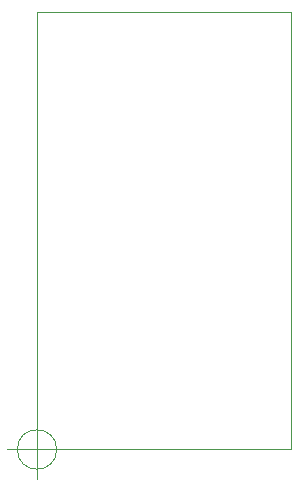
<source format=gm1>
G04 #@! TF.GenerationSoftware,KiCad,Pcbnew,(5.1.8)-1*
G04 #@! TF.CreationDate,2021-02-05T23:49:50-08:00*
G04 #@! TF.ProjectId,ROM_Emulator,524f4d5f-456d-4756-9c61-746f722e6b69,rev?*
G04 #@! TF.SameCoordinates,Original*
G04 #@! TF.FileFunction,Profile,NP*
%FSLAX46Y46*%
G04 Gerber Fmt 4.6, Leading zero omitted, Abs format (unit mm)*
G04 Created by KiCad (PCBNEW (5.1.8)-1) date 2021-02-05 23:49:50*
%MOMM*%
%LPD*%
G01*
G04 APERTURE LIST*
G04 #@! TA.AperFunction,Profile*
%ADD10C,0.050000*%
G04 #@! TD*
G04 APERTURE END LIST*
D10*
X164277466Y-118592600D02*
G75*
G03*
X164277466Y-118592600I-1666666J0D01*
G01*
X160110800Y-118592600D02*
X165110800Y-118592600D01*
X162610800Y-116092600D02*
X162610800Y-121092600D01*
X162610800Y-118592600D02*
X162610800Y-81534000D01*
X184124600Y-118592600D02*
X162610800Y-118592600D01*
X184124600Y-81534000D02*
X184124600Y-118592600D01*
X162610800Y-81534000D02*
X184124600Y-81534000D01*
M02*

</source>
